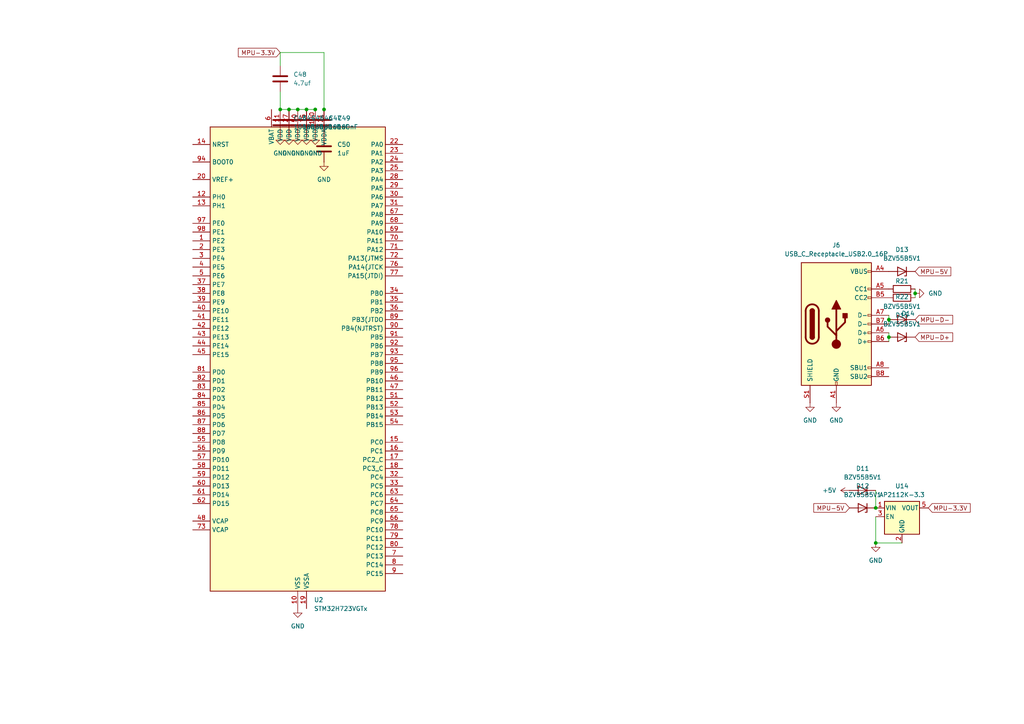
<source format=kicad_sch>
(kicad_sch (version 20250114) (generator "eeschema") (generator_version "9.0")
  (paper "A4")
  (title_block (title "Blitz"))
  (lib_symbols
    (symbol "Connector:USB_C_Receptacle_USB2.0_16P" (pin_names (offset 1.016))
      (property "Reference" "J" (at 0 22.225 0))
      (property "Value" "USB_C_Receptacle_USB2.0_16P" (at 0 19.685 0))
      (symbol "USB_C_Receptacle_USB2.0_16P_0_0"
        (rectangle (start -0.254 -17.78) (end 0.254 -16.764))
        (rectangle (start 10.16 15.494) (end 9.144 14.986))
        (rectangle (start 10.16 10.414) (end 9.144 9.906))
        (rectangle (start 10.16 7.874) (end 9.144 7.366))
        (rectangle (start 10.16 2.794) (end 9.144 2.286))
        (rectangle (start 10.16 0.254) (end 9.144 -0.254))
        (rectangle (start 10.16 -2.286) (end 9.144 -2.794))
        (rectangle (start 10.16 -4.826) (end 9.144 -5.334))
        (rectangle (start 10.16 -12.446) (end 9.144 -12.954))
        (rectangle (start 10.16 -14.986) (end 9.144 -15.494))
      )
      (symbol "USB_C_Receptacle_USB2.0_16P_0_1"
        (rectangle (start -10.16 17.78) (end 10.16 -17.78) (stroke (width 0.254)) (fill (type background)))
        (polyline (pts (xy -8.89 -3.81) (xy -8.89 3.81)) (stroke (width 0.508)))
        (rectangle (start -7.62 -3.81) (end -6.35 3.81) (stroke (width 0.254)) (fill (type outline)))
        (arc (start -7.62 3.81) (mid -6.985 4.4423) (end -6.35 3.81) (stroke (width 0.254)))
        (arc (start -7.62 3.81) (mid -6.985 4.4423) (end -6.35 3.81) (stroke (width 0.254)) (fill (type outline)))
        (arc (start -8.89 3.81) (mid -6.985 5.7067) (end -5.08 3.81) (stroke (width 0.508)))
        (arc (start -5.08 -3.81) (mid -6.985 -5.7067) (end -8.89 -3.81) (stroke (width 0.508)))
        (arc (start -6.35 -3.81) (mid -6.985 -4.4423) (end -7.62 -3.81) (stroke (width 0.254)))
        (arc (start -6.35 -3.81) (mid -6.985 -4.4423) (end -7.62 -3.81) (stroke (width 0.254)) (fill (type outline)))
        (polyline (pts (xy -5.08 3.81) (xy -5.08 -3.81)) (stroke (width 0.508)))
        (circle (center -2.54 1.143) (radius 0.635) (stroke (width 0.254)) (fill (type outline)))
        (polyline (pts (xy -1.27 4.318) (xy 0 6.858) (xy 1.27 4.318) (xy -1.27 4.318)) (stroke (width 0.254)) (fill (type outline)))
        (polyline (pts (xy 0 -2.032) (xy 2.54 0.508) (xy 2.54 1.778)) (stroke (width 0.508)))
        (polyline (pts (xy 0 -3.302) (xy -2.54 -0.762) (xy -2.54 0.508)) (stroke (width 0.508)))
        (polyline (pts (xy 0 -5.842) (xy 0 4.318)) (stroke (width 0.508)))
        (circle (center 0 -5.842) (radius 1.27) (fill (type outline)))
        (rectangle (start 1.905 1.778) (end 3.175 3.048) (stroke (width 0.254)) (fill (type outline)))
      )
      (symbol "USB_C_Receptacle_USB2.0_16P_1_1"
        (pin passive line (at -7.62 -22.86 90) (length 5.08) (name "SHIELD") (number "S1"))
        (pin passive line (at 0 -22.86 90) (length 5.08) (name "GND") (number "A1"))
        (pin passive line (at 0 -22.86 90) (length 5.08) (hide yes) (name "GND") (number "A12"))
        (pin passive line (at 0 -22.86 90) (length 5.08) (hide yes) (name "GND") (number "B1"))
        (pin passive line (at 0 -22.86 90) (length 5.08) (hide yes) (name "GND") (number "B12"))
        (pin passive line (at 15.24 15.24 180) (length 5.08) (name "VBUS") (number "A4"))
        (pin passive line (at 15.24 15.24 180) (length 5.08) (hide yes) (name "VBUS") (number "A9"))
        (pin passive line (at 15.24 15.24 180) (length 5.08) (hide yes) (name "VBUS") (number "B4"))
        (pin passive line (at 15.24 15.24 180) (length 5.08) (hide yes) (name "VBUS") (number "B9"))
        (pin bidirectional line (at 15.24 10.16 180) (length 5.08) (name "CC1") (number "A5"))
        (pin bidirectional line (at 15.24 7.62 180) (length 5.08) (name "CC2") (number "B5"))
        (pin bidirectional line (at 15.24 2.54 180) (length 5.08) (name "D-") (number "A7"))
        (pin bidirectional line (at 15.24 0 180) (length 5.08) (name "D-") (number "B7"))
        (pin bidirectional line (at 15.24 -2.54 180) (length 5.08) (name "D+") (number "A6"))
        (pin bidirectional line (at 15.24 -5.08 180) (length 5.08) (name "D+") (number "B6"))
        (pin bidirectional line (at 15.24 -12.7 180) (length 5.08) (name "SBU1") (number "A8"))
        (pin bidirectional line (at 15.24 -15.24 180) (length 5.08) (name "SBU2") (number "B8"))
      )
    )
    (symbol "Device:C" (pin_numbers (hide yes)) (pin_names (offset 0.254))
      (property "Reference" "C" (at 0.635 2.54 0))
      (property "Value" "C" (at 0.635 -2.54 0))
      (symbol "C_0_1"
        (polyline (pts (xy -2.032 0.762) (xy 2.032 0.762)) (stroke (width 0.508)))
        (polyline (pts (xy -2.032 -0.762) (xy 2.032 -0.762)) (stroke (width 0.508)))
      )
      (symbol "C_1_1"
        (pin passive line (at 0 3.81 270) (length 2.794) (name "~") (number "1"))
        (pin passive line (at 0 -3.81 90) (length 2.794) (name "~") (number "2"))
      )
    )
    (symbol "Device:R" (pin_numbers (hide yes)) (pin_names (offset 0))
      (property "Reference" "R" (at 2.032 0 90))
      (property "Value" "R" (at 0 0 90))
      (symbol "R_0_1"
        (rectangle (start -1.016 -2.54) (end 1.016 2.54) (stroke (width 0.254)))
      )
      (symbol "R_1_1"
        (pin passive line (at 0 3.81 270) (length 1.27) (name "~") (number "1"))
        (pin passive line (at 0 -3.81 90) (length 1.27) (name "~") (number "2"))
      )
    )
    (symbol "Diode:BZV55B5V1" (pin_numbers (hide yes)) (pin_names (hide yes))
      (property "Reference" "D" (at 0 2.54 0))
      (property "Value" "BZV55B5V1" (at 0 -2.54 0))
      (symbol "BZV55B5V1_0_1"
        (polyline (pts (xy -1.27 -1.27) (xy -1.27 1.27) (xy -0.762 1.27)) (stroke (width 0.254)))
        (polyline (pts (xy 1.27 0) (xy -1.27 0)))
        (polyline (pts (xy 1.27 -1.27) (xy 1.27 1.27) (xy -1.27 0) (xy 1.27 -1.27)) (stroke (width 0.254)))
      )
      (symbol "BZV55B5V1_1_1"
        (pin passive line (at -3.81 0 0) (length 2.54) (name "K") (number "1"))
        (pin passive line (at 3.81 0 180) (length 2.54) (name "A") (number "2"))
      )
    )
    (symbol "MCU_ST_STM32H7:STM32H723VGTx"
      (property "Reference" "U" (at -25.4 69.85 0))
      (property "Value" "STM32H723VGTx" (at 10.16 69.85 0))
      (symbol "STM32H723VGTx_0_1"
        (rectangle (start -25.4 -66.04) (end 25.4 68.58) (stroke (width 0.254)) (fill (type background)))
      )
      (symbol "STM32H723VGTx_1_1"
        (pin input line (at -30.48 63.5 0) (length 5.08) (name "NRST") (number "14"))
        (pin input line (at -30.48 58.42 0) (length 5.08) (name "BOOT0") (number "94"))
        (pin input line (at -30.48 53.34 0) (length 5.08) (name "VREF+") (number "20"))
        (pin bidirectional line (at -30.48 48.26 0) (length 5.08) (name "PH0") (number "12"))
        (pin bidirectional line (at -30.48 45.72 0) (length 5.08) (name "PH1") (number "13"))
        (pin bidirectional line (at -30.48 40.64 0) (length 5.08) (name "PE0") (number "97"))
        (pin bidirectional line (at -30.48 38.1 0) (length 5.08) (name "PE1") (number "98"))
        (pin bidirectional line (at -30.48 35.56 0) (length 5.08) (name "PE2") (number "1"))
        (pin bidirectional line (at -30.48 33.02 0) (length 5.08) (name "PE3") (number "2"))
        (pin bidirectional line (at -30.48 30.48 0) (length 5.08) (name "PE4") (number "3"))
        (pin bidirectional line (at -30.48 27.94 0) (length 5.08) (name "PE5") (number "4"))
        (pin bidirectional line (at -30.48 25.4 0) (length 5.08) (name "PE6") (number "5"))
        (pin bidirectional line (at -30.48 22.86 0) (length 5.08) (name "PE7") (number "37"))
        (pin bidirectional line (at -30.48 20.32 0) (length 5.08) (name "PE8") (number "38"))
        (pin bidirectional line (at -30.48 17.78 0) (length 5.08) (name "PE9") (number "39"))
        (pin bidirectional line (at -30.48 15.24 0) (length 5.08) (name "PE10") (number "40"))
        (pin bidirectional line (at -30.48 12.7 0) (length 5.08) (name "PE11") (number "41"))
        (pin bidirectional line (at -30.48 10.16 0) (length 5.08) (name "PE12") (number "42"))
        (pin bidirectional line (at -30.48 7.62 0) (length 5.08) (name "PE13") (number "43"))
        (pin bidirectional line (at -30.48 5.08 0) (length 5.08) (name "PE14") (number "44"))
        (pin bidirectional line (at -30.48 2.54 0) (length 5.08) (name "PE15") (number "45"))
        (pin bidirectional line (at -30.48 -2.54 0) (length 5.08) (name "PD0") (number "81"))
        (pin bidirectional line (at -30.48 -5.08 0) (length 5.08) (name "PD1") (number "82"))
        (pin bidirectional line (at -30.48 -7.62 0) (length 5.08) (name "PD2") (number "83"))
        (pin bidirectional line (at -30.48 -10.16 0) (length 5.08) (name "PD3") (number "84"))
        (pin bidirectional line (at -30.48 -12.7 0) (length 5.08) (name "PD4") (number "85"))
        (pin bidirectional line (at -30.48 -15.24 0) (length 5.08) (name "PD5") (number "86"))
        (pin bidirectional line (at -30.48 -17.78 0) (length 5.08) (name "PD6") (number "87"))
        (pin bidirectional line (at -30.48 -20.32 0) (length 5.08) (name "PD7") (number "88"))
        (pin bidirectional line (at -30.48 -22.86 0) (length 5.08) (name "PD8") (number "55"))
        (pin bidirectional line (at -30.48 -25.4 0) (length 5.08) (name "PD9") (number "56"))
        (pin bidirectional line (at -30.48 -27.94 0) (length 5.08) (name "PD10") (number "57"))
        (pin bidirectional line (at -30.48 -30.48 0) (length 5.08) (name "PD11") (number "58"))
        (pin bidirectional line (at -30.48 -33.02 0) (length 5.08) (name "PD12") (number "59"))
        (pin bidirectional line (at -30.48 -35.56 0) (length 5.08) (name "PD13") (number "60"))
        (pin bidirectional line (at -30.48 -38.1 0) (length 5.08) (name "PD14") (number "61"))
        (pin bidirectional line (at -30.48 -40.64 0) (length 5.08) (name "PD15") (number "62"))
        (pin power_out line (at -30.48 -45.72 0) (length 5.08) (name "VCAP") (number "48"))
        (pin power_out line (at -30.48 -48.26 0) (length 5.08) (name "VCAP") (number "73"))
        (pin power_in line (at -7.62 73.66 270) (length 5.08) (name "VBAT") (number "6"))
        (pin power_in line (at -5.08 73.66 270) (length 5.08) (name "VDD") (number "11"))
        (pin power_in line (at -2.54 73.66 270) (length 5.08) (name "VDD") (number "27"))
        (pin power_in line (at 0 73.66 270) (length 5.08) (name "VDD") (number "50"))
        (pin power_in line (at 0 -71.12 90) (length 5.08) (name "VSS") (number "10"))
        (pin passive line (at 0 -71.12 90) (length 5.08) (hide yes) (name "VSS") (number "26"))
        (pin passive line (at 0 -71.12 90) (length 5.08) (hide yes) (name "VSS") (number "49"))
        (pin passive line (at 0 -71.12 90) (length 5.08) (hide yes) (name "VSS") (number "74"))
        (pin passive line (at 0 -71.12 90) (length 5.08) (hide yes) (name "VSS") (number "99"))
        (pin power_in line (at 2.54 73.66 270) (length 5.08) (name "VDD") (number "75"))
        (pin power_in line (at 2.54 -71.12 90) (length 5.08) (name "VSSA") (number "19"))
        (pin power_in line (at 5.08 73.66 270) (length 5.08) (name "VDD") (number "100"))
        (pin power_in line (at 7.62 73.66 270) (length 5.08) (name "VDDA") (number "21"))
        (pin bidirectional line (at 30.48 63.5 180) (length 5.08) (name "PA0") (number "22"))
        (pin bidirectional line (at 30.48 60.96 180) (length 5.08) (name "PA1") (number "23"))
        (pin bidirectional line (at 30.48 58.42 180) (length 5.08) (name "PA2") (number "24"))
        (pin bidirectional line (at 30.48 55.88 180) (length 5.08) (name "PA3") (number "25"))
        (pin bidirectional line (at 30.48 53.34 180) (length 5.08) (name "PA4") (number "28"))
        (pin bidirectional line (at 30.48 50.8 180) (length 5.08) (name "PA5") (number "29"))
        (pin bidirectional line (at 30.48 48.26 180) (length 5.08) (name "PA6") (number "30"))
        (pin bidirectional line (at 30.48 45.72 180) (length 5.08) (name "PA7") (number "31"))
        (pin bidirectional line (at 30.48 43.18 180) (length 5.08) (name "PA8") (number "67"))
        (pin bidirectional line (at 30.48 40.64 180) (length 5.08) (name "PA9") (number "68"))
        (pin bidirectional line (at 30.48 38.1 180) (length 5.08) (name "PA10") (number "69"))
        (pin bidirectional line (at 30.48 35.56 180) (length 5.08) (name "PA11") (number "70"))
        (pin bidirectional line (at 30.48 33.02 180) (length 5.08) (name "PA12") (number "71"))
        (pin bidirectional line (at 30.48 30.48 180) (length 5.08) (name "PA13(JTMS") (number "72"))
        (pin bidirectional line (at 30.48 27.94 180) (length 5.08) (name "PA14(JTCK") (number "76"))
        (pin bidirectional line (at 30.48 25.4 180) (length 5.08) (name "PA15(JTDI)") (number "77"))
        (pin bidirectional line (at 30.48 20.32 180) (length 5.08) (name "PB0") (number "34"))
        (pin bidirectional line (at 30.48 17.78 180) (length 5.08) (name "PB1") (number "35"))
        (pin bidirectional line (at 30.48 15.24 180) (length 5.08) (name "PB2") (number "36"))
        (pin bidirectional line (at 30.48 12.7 180) (length 5.08) (name "PB3(JTDO") (number "89"))
        (pin bidirectional line (at 30.48 10.16 180) (length 5.08) (name "PB4(NJTRST)") (number "90"))
        (pin bidirectional line (at 30.48 7.62 180) (length 5.08) (name "PB5") (number "91"))
        (pin bidirectional line (at 30.48 5.08 180) (length 5.08) (name "PB6") (number "92"))
        (pin bidirectional line (at 30.48 2.54 180) (length 5.08) (name "PB7") (number "93"))
        (pin bidirectional line (at 30.48 0 180) (length 5.08) (name "PB8") (number "95"))
        (pin bidirectional line (at 30.48 -2.54 180) (length 5.08) (name "PB9") (number "96"))
        (pin bidirectional line (at 30.48 -5.08 180) (length 5.08) (name "PB10") (number "46"))
        (pin bidirectional line (at 30.48 -7.62 180) (length 5.08) (name "PB11") (number "47"))
        (pin bidirectional line (at 30.48 -10.16 180) (length 5.08) (name "PB12") (number "51"))
        (pin bidirectional line (at 30.48 -12.7 180) (length 5.08) (name "PB13") (number "52"))
        (pin bidirectional line (at 30.48 -15.24 180) (length 5.08) (name "PB14") (number "53"))
        (pin bidirectional line (at 30.48 -17.78 180) (length 5.08) (name "PB15") (number "54"))
        (pin bidirectional line (at 30.48 -22.86 180) (length 5.08) (name "PC0") (number "15"))
        (pin bidirectional line (at 30.48 -25.4 180) (length 5.08) (name "PC1") (number "16"))
        (pin bidirectional line (at 30.48 -27.94 180) (length 5.08) (name "PC2_C") (number "17"))
        (pin bidirectional line (at 30.48 -30.48 180) (length 5.08) (name "PC3_C") (number "18"))
        (pin bidirectional line (at 30.48 -33.02 180) (length 5.08) (name "PC4") (number "32"))
        (pin bidirectional line (at 30.48 -35.56 180) (length 5.08) (name "PC5") (number "33"))
        (pin bidirectional line (at 30.48 -38.1 180) (length 5.08) (name "PC6") (number "63"))
        (pin bidirectional line (at 30.48 -40.64 180) (length 5.08) (name "PC7") (number "64"))
        (pin bidirectional line (at 30.48 -43.18 180) (length 5.08) (name "PC8") (number "65"))
        (pin bidirectional line (at 30.48 -45.72 180) (length 5.08) (name "PC9") (number "66"))
        (pin bidirectional line (at 30.48 -48.26 180) (length 5.08) (name "PC10") (number "78"))
        (pin bidirectional line (at 30.48 -50.8 180) (length 5.08) (name "PC11") (number "79"))
        (pin bidirectional line (at 30.48 -53.34 180) (length 5.08) (name "PC12") (number "80"))
        (pin bidirectional line (at 30.48 -55.88 180) (length 5.08) (name "PC13") (number "7"))
        (pin bidirectional line (at 30.48 -58.42 180) (length 5.08) (name "PC14") (number "8"))
        (pin bidirectional line (at 30.48 -60.96 180) (length 5.08) (name "PC15") (number "9"))
      )
    )
    (symbol "Regulator_Linear:AP2112K-3.3" (pin_names (offset 0.254))
      (property "Reference" "U" (at -5.08 5.715 0))
      (property "Value" "AP2112K-3.3" (at 0 5.715 0))
      (symbol "AP2112K-3.3_0_1"
        (rectangle (start -5.08 4.445) (end 5.08 -5.08) (stroke (width 0.254)) (fill (type background)))
      )
      (symbol "AP2112K-3.3_1_1"
        (pin power_in line (at -7.62 2.54 0) (length 2.54) (name "VIN") (number "1"))
        (pin input line (at -7.62 0 0) (length 2.54) (name "EN") (number "3"))
        (pin power_in line (at 0 -7.62 90) (length 2.54) (name "GND") (number "2"))
        (pin no_connect line (at 5.08 0 180) (length 2.54) (hide yes) (name "NC") (number "4"))
        (pin power_out line (at 7.62 2.54 180) (length 2.54) (name "VOUT") (number "5"))
      )
    )
    (symbol "power:+5V" (power) (pin_numbers (hide yes)) (pin_names (offset 0) (hide yes))
      (property "Value" "+5V" (at 0 3.556 0))
      (symbol "+5V_0_1"
        (polyline (pts (xy -0.762 1.27) (xy 0 2.54)))
        (polyline (pts (xy 0 2.54) (xy 0.762 1.27)))
        (polyline (pts (xy 0 0) (xy 0 2.54)))
      )
      (symbol "+5V_1_1"
        (pin power_in line (at 0 0 90) (length 0) (name "~") (number "1"))
      )
    )
    (symbol "power:GND" (power) (pin_numbers (hide yes)) (pin_names (offset 0) (hide yes))
      (property "Value" "GND" (at 0 -3.81 0))
      (symbol "GND_0_1"
        (polyline (pts (xy 0 0) (xy 0 -1.27) (xy 1.27 -1.27) (xy 0 -2.54) (xy -1.27 -1.27) (xy 0 -1.27)))
      )
      (symbol "GND_1_1"
        (pin power_in line (at 0 0 270) (length 0) (name "~") (number "1"))
      )
    )
  )
  (junction (at 93.98 31.75))
  (junction (at 257.81 92.71))
  (junction (at 254 157.48))
  (junction (at 86.36 31.75))
  (junction (at 83.82 31.75))
  (junction (at 254 147.32))
  (junction (at 265.43 85.09))
  (junction (at 88.9 31.75))
  (junction (at 257.81 97.79))
  (junction (at 91.44 31.75))
  (junction (at 81.28 31.75))
  (wire (pts (xy 83.82 31.75) (xy 86.36 31.75)))
  (wire (pts (xy 265.43 83.82) (xy 265.43 85.09)))
  (wire (pts (xy 257.81 96.52) (xy 257.81 97.79)))
  (wire (pts (xy 257.81 97.79) (xy 257.81 99.06)))
  (wire (pts (xy 257.81 92.71) (xy 257.81 93.98)))
  (wire (pts (xy 254 157.48) (xy 261.62 157.48)))
  (wire (pts (xy 86.36 31.75) (xy 88.9 31.75)))
  (wire (pts (xy 88.9 31.75) (xy 91.44 31.75)))
  (wire (pts (xy 257.81 91.44) (xy 257.81 92.71)))
  (wire (pts (xy 254 149.86) (xy 254 157.48)))
  (wire (pts (xy 93.98 15.24) (xy 93.98 31.75)))
  (wire (pts (xy 81.28 19.05) (xy 81.28 15.24)))
  (wire (pts (xy 81.28 31.75) (xy 83.82 31.75)))
  (wire (pts (xy 265.43 85.09) (xy 265.43 86.36)))
  (wire (pts (xy 81.28 26.67) (xy 81.28 31.75)))
  (wire (pts (xy 81.28 15.24) (xy 93.98 15.24)))
  (wire (pts (xy 254 142.24) (xy 254 147.32)))
  (global_label "MPU-D+" (shape input) (at 265.43 97.79 0) (property "Intersheetrefs" "${INTERSHEET_REFS}" (effects (hide yes))))
  (global_label "MPU-D-" (shape input) (at 265.43 92.71 0) (property "Intersheetrefs" "${INTERSHEET_REFS}" (effects (hide yes))))
  (global_label "MPU-3.3V" (shape input) (at 81.28 15.24 180) (property "Intersheetrefs" "${INTERSHEET_REFS}" (effects (hide yes))))
  (global_label "MPU-5V" (shape input) (at 265.43 78.74 0) (property "Intersheetrefs" "${INTERSHEET_REFS}" (effects (hide yes))))
  (global_label "MPU-3.3V" (shape input) (at 269.24 147.32 0) (property "Intersheetrefs" "${INTERSHEET_REFS}" (effects (hide yes))))
  (global_label "MPU-5V" (shape input) (at 246.38 147.32 180) (property "Intersheetrefs" "${INTERSHEET_REFS}" (effects (hide yes))))
  (symbol (lib_id "power:GND") (at 81.28 39.37 0) (unit 1)
    (property "Reference" "#PWR058" (effects (hide yes)))
    (property "Value" "GND" (at 81.28 44.45 0))
    (property "Description" "Power symbol creates a global label with name \"GND\" , ground" (effects (hide yes)))
  )
  (symbol (lib_id "power:GND") (at 83.82 39.37 0) (unit 1)
    (property "Reference" "#PWR059" (effects (hide yes)))
    (property "Value" "GND" (at 83.82 44.45 0))
    (property "Description" "Power symbol creates a global label with name \"GND\" , ground" (effects (hide yes)))
  )
  (symbol (lib_id "Device:C") (at 91.44 35.56 0) (unit 1)
    (property "Reference" "C47" (at 95.25 34.2899 0) (effects (justify left)))
    (property "Value" "100nF" (at 95.25 36.8299 0) (effects (justify left)))
    (property "Footprint" "Capacitor_SMD:C_0201_0603Metric" (effects (hide yes)))
    (property "Description" "Unpolarized capacitor" (effects (hide yes)))
  )
  (symbol (lib_id "power:+5V") (at 246.38 142.24 90) (unit 1)
    (property "Reference" "#PWR052" (effects (hide yes)))
    (property "Value" "+5V" (at 242.57 142.2399 90) (effects (justify left)))
    (property "Description" "Power symbol creates a global label with name \"+5V\"" (effects (hide yes)))
  )
  (symbol (lib_id "Device:C") (at 88.9 35.56 0) (unit 1)
    (property "Reference" "C46" (at 92.71 34.2899 0) (effects (justify left)))
    (property "Value" "100nF" (at 92.71 36.8299 0) (effects (justify left)))
    (property "Footprint" "Capacitor_SMD:C_0201_0603Metric" (effects (hide yes)))
    (property "Description" "Unpolarized capacitor" (effects (hide yes)))
  )
  (symbol (lib_id "Device:C") (at 86.36 35.56 0) (unit 1)
    (property "Reference" "C45" (at 90.17 34.2899 0) (effects (justify left)))
    (property "Value" "100nF" (at 90.17 36.8299 0) (effects (justify left)))
    (property "Footprint" "Capacitor_SMD:C_0201_0603Metric" (effects (hide yes)))
    (property "Description" "Unpolarized capacitor" (effects (hide yes)))
  )
  (symbol (lib_id "Diode:BZV55B5V1") (at 261.62 92.71 180) (unit 1)
    (property "Reference" "D14" (at 263.398 90.932 0))
    (property "Value" "BZV55B5V1" (at 261.62 88.9 0))
    (property "Footprint" "Diode_SMD:D_MiniMELF" (effects (hide yes)))
    (property "Datasheet" "https://assets.nexperia.com/documents/data-sheet/BZV55_SER.pdf" (effects (hide yes)))
    (property "Description" "5.1V, 500mW, 2%, Zener diode, MiniMELF" (effects (hide yes)))
  )
  (symbol (lib_id "power:GND") (at 265.43 85.09 90) (unit 1)
    (property "Reference" "#PWR056" (effects (hide yes)))
    (property "Value" "GND" (at 269.24 85.0899 90) (effects (justify right)))
    (property "Description" "Power symbol creates a global label with name \"GND\" , ground" (effects (hide yes)))
  )
  (symbol (lib_id "Device:C") (at 81.28 35.56 0) (unit 1)
    (property "Reference" "C43" (at 85.09 34.2899 0) (effects (justify left)))
    (property "Value" "100nF" (at 85.09 36.8299 0) (effects (justify left)))
    (property "Footprint" "Capacitor_SMD:C_0201_0603Metric" (effects (hide yes)))
    (property "Description" "Unpolarized capacitor" (effects (hide yes)))
  )
  (symbol (lib_id "power:GND") (at 93.98 46.99 0) (unit 1)
    (property "Reference" "#PWR063" (effects (hide yes)))
    (property "Value" "GND" (at 93.98 52.07 0))
    (property "Description" "Power symbol creates a global label with name \"GND\" , ground" (effects (hide yes)))
  )
  (symbol (lib_id "Device:R") (at 261.62 86.36 90) (unit 1)
    (property "Reference" "R22" (at 261.62 86.106 90))
    (property "Value" "R" (effects (hide yes)))
    (property "Footprint" "Resistor_SMD:R_01005_0402Metric_Pad0.57x0.30mm_HandSolder" (effects (hide yes)))
    (property "Description" "Resistor" (effects (hide yes)))
  )
  (symbol (lib_id "power:GND") (at 254 157.48 0) (unit 1)
    (property "Reference" "#PWR053" (effects (hide yes)))
    (property "Value" "GND" (at 254 162.56 0))
    (property "Description" "Power symbol creates a global label with name \"GND\" , ground" (effects (hide yes)))
  )
  (symbol (lib_id "Device:R") (at 261.62 83.82 90) (unit 1)
    (property "Reference" "R21" (at 261.62 81.534 90))
    (property "Value" "R" (effects (hide yes)))
    (property "Footprint" "Resistor_SMD:R_01005_0402Metric_Pad0.57x0.30mm_HandSolder" (effects (hide yes)))
    (property "Description" "Resistor" (effects (hide yes)))
  )
  (symbol (lib_id "power:GND") (at 91.44 39.37 0) (unit 1)
    (property "Reference" "#PWR062" (effects (hide yes)))
    (property "Value" "GND" (at 91.44 44.45 0))
    (property "Description" "Power symbol creates a global label with name \"GND\" , ground" (effects (hide yes)))
  )
  (symbol (lib_id "power:GND") (at 86.36 176.53 0) (unit 1)
    (property "Reference" "#PWR057" (effects (hide yes)))
    (property "Value" "GND" (at 86.36 181.61 0))
    (property "Description" "Power symbol creates a global label with name \"GND\" , ground" (effects (hide yes)))
  )
  (symbol (lib_id "Diode:BZV55B5V1") (at 250.19 142.24 180) (unit 1)
    (property "Reference" "D11" (at 250.19 135.89 0))
    (property "Value" "BZV55B5V1" (at 250.19 138.43 0))
    (property "Footprint" "Diode_SMD:D_MiniMELF" (effects (hide yes)))
    (property "Datasheet" "https://assets.nexperia.com/documents/data-sheet/BZV55_SER.pdf" (effects (hide yes)))
    (property "Description" "5.1V, 500mW, 2%, Zener diode, MiniMELF" (effects (hide yes)))
  )
  (symbol (lib_id "Device:C") (at 93.98 35.56 0) (unit 1)
    (property "Reference" "C49" (at 97.79 34.2899 0) (effects (justify left)))
    (property "Value" "100nF" (at 97.79 36.8299 0) (effects (justify left)))
    (property "Footprint" "Capacitor_SMD:C_0201_0603Metric" (effects (hide yes)))
    (property "Description" "Unpolarized capacitor" (effects (hide yes)))
  )
  (symbol (lib_id "power:GND") (at 234.95 116.84 0) (unit 1)
    (property "Reference" "#PWR054" (effects (hide yes)))
    (property "Value" "GND" (at 234.95 121.92 0))
    (property "Description" "Power symbol creates a global label with name \"GND\" , ground" (effects (hide yes)))
  )
  (symbol (lib_id "MCU_ST_STM32H7:STM32H723VGTx") (at 86.36 105.41 0) (unit 1)
    (property "Reference" "U2" (at 91.0433 173.99 0) (effects (justify left)))
    (property "Value" "STM32H723VGTx" (at 91.0433 176.53 0) (effects (justify left)))
    (property "Footprint" "Package_QFP:LQFP-100_14x14mm_P0.5mm" (effects (hide yes)))
    (property "Datasheet" "https://www.st.com/resource/en/datasheet/stm32h723vg.pdf" (effects (hide yes)))
    (property "Description" "STMicroelectronics Arm Cortex-M7 MCU, 1024KB flash, 564KB RAM, 550 MHz, 1.71-3.6V, 82 GPIO, LQFP100" (effects (hide yes)))
  )
  (symbol (lib_id "Diode:BZV55B5V1") (at 250.19 147.32 180) (unit 1)
    (property "Reference" "D12" (at 250.19 140.97 0))
    (property "Value" "BZV55B5V1" (at 250.19 143.51 0))
    (property "Footprint" "Diode_SMD:D_MiniMELF" (effects (hide yes)))
    (property "Datasheet" "https://assets.nexperia.com/documents/data-sheet/BZV55_SER.pdf" (effects (hide yes)))
    (property "Description" "5.1V, 500mW, 2%, Zener diode, MiniMELF" (effects (hide yes)))
  )
  (symbol (lib_id "Regulator_Linear:AP2112K-3.3") (at 261.62 149.86 0) (unit 1)
    (property "Reference" "U14" (at 261.62 140.97 0))
    (property "Value" "AP2112K-3.3" (at 261.62 143.51 0))
    (property "Footprint" "Package_TO_SOT_SMD:SOT-23-5" (effects (hide yes)))
    (property "Datasheet" "https://www.diodes.com/assets/Datasheets/AP2112.pdf" (effects (hide yes)))
    (property "Description" "600mA low dropout linear regulator, with enable pin, 3.8V-6V input voltage range, 3.3V fixed positive output, SOT-23-5" (effects (hide yes)))
  )
  (symbol (lib_id "Device:C") (at 81.28 22.86 0) (unit 1)
    (property "Reference" "C48" (at 85.09 21.5899 0) (effects (justify left)))
    (property "Value" "4.7uf" (at 85.09 24.1299 0) (effects (justify left)))
    (property "Footprint" "Capacitor_SMD:C_0603_1608Metric" (effects (hide yes)))
    (property "Description" "Unpolarized capacitor" (effects (hide yes)))
  )
  (symbol (lib_id "Device:C") (at 93.98 43.18 0) (unit 1)
    (property "Reference" "C50" (at 97.79 41.9099 0) (effects (justify left)))
    (property "Value" "1uF" (at 97.79 44.4499 0) (effects (justify left)))
    (property "Footprint" "Capacitor_SMD:C_0201_0603Metric" (effects (hide yes)))
    (property "Description" "Unpolarized capacitor" (effects (hide yes)))
  )
  (symbol (lib_id "power:GND") (at 86.36 39.37 0) (unit 1)
    (property "Reference" "#PWR060" (effects (hide yes)))
    (property "Value" "GND" (at 86.36 44.45 0))
    (property "Description" "Power symbol creates a global label with name \"GND\" , ground" (effects (hide yes)))
  )
  (symbol (lib_id "Connector:USB_C_Receptacle_USB2.0_16P") (at 242.57 93.98 0) (unit 1)
    (property "Reference" "J6" (at 242.57 71.12 0))
    (property "Value" "USB_C_Receptacle_USB2.0_16P" (at 242.57 73.66 0))
    (property "Footprint" "Connector_USB:USB_C_Receptacle_G-Switch_GT-USB-7010ASV" (effects (hide yes)))
    (property "Datasheet" "https://www.usb.org/sites/default/files/documents/usb_type-c.zip" (effects (hide yes)))
    (property "Description" "USB 2.0-only 16P Type-C Receptacle connector" (effects (hide yes)))
  )
  (symbol (lib_id "power:GND") (at 88.9 39.37 0) (unit 1)
    (property "Reference" "#PWR061" (effects (hide yes)))
    (property "Value" "GND" (at 88.9 44.45 0))
    (property "Description" "Power symbol creates a global label with name \"GND\" , ground" (effects (hide yes)))
  )
  (symbol (lib_id "Device:C") (at 83.82 35.56 0) (unit 1)
    (property "Reference" "C44" (at 87.63 34.2899 0) (effects (justify left)))
    (property "Value" "100nF" (at 87.63 36.8299 0) (effects (justify left)))
    (property "Footprint" "Capacitor_SMD:C_0201_0603Metric" (effects (hide yes)))
    (property "Description" "Unpolarized capacitor" (effects (hide yes)))
  )
  (symbol (lib_id "power:GND") (at 242.57 116.84 0) (unit 1)
    (property "Reference" "#PWR055" (effects (hide yes)))
    (property "Value" "GND" (at 242.57 121.92 0))
    (property "Description" "Power symbol creates a global label with name \"GND\" , ground" (effects (hide yes)))
  )
  (symbol (lib_id "Diode:BZV55B5V1") (at 261.62 97.79 180) (unit 1)
    (property "Reference" "D15" (at 261.62 91.44 0))
    (property "Value" "BZV55B5V1" (at 261.62 93.98 0))
    (property "Footprint" "Diode_SMD:D_MiniMELF" (effects (hide yes)))
    (property "Datasheet" "https://assets.nexperia.com/documents/data-sheet/BZV55_SER.pdf" (effects (hide yes)))
    (property "Description" "5.1V, 500mW, 2%, Zener diode, MiniMELF" (effects (hide yes)))
  )
  (symbol (lib_id "Diode:BZV55B5V1") (at 261.62 78.74 180) (unit 1)
    (property "Reference" "D13" (at 261.62 72.39 0))
    (property "Value" "BZV55B5V1" (at 261.62 74.93 0))
    (property "Footprint" "Diode_SMD:D_MiniMELF" (effects (hide yes)))
    (property "Datasheet" "https://assets.nexperia.com/documents/data-sheet/BZV55_SER.pdf" (effects (hide yes)))
    (property "Description" "5.1V, 500mW, 2%, Zener diode, MiniMELF" (effects (hide yes)))
  )
)
</source>
